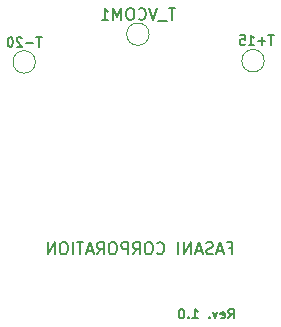
<source format=gbr>
%TF.GenerationSoftware,KiCad,Pcbnew,6.0.7-f9a2dced07~116~ubuntu20.04.1*%
%TF.CreationDate,2022-09-27T22:25:40+02:00*%
%TF.ProjectId,S3-44-to-33-FPC,53332d34-342d-4746-9f2d-33332d465043,1.0*%
%TF.SameCoordinates,Original*%
%TF.FileFunction,Legend,Bot*%
%TF.FilePolarity,Positive*%
%FSLAX46Y46*%
G04 Gerber Fmt 4.6, Leading zero omitted, Abs format (unit mm)*
G04 Created by KiCad (PCBNEW 6.0.7-f9a2dced07~116~ubuntu20.04.1) date 2022-09-27 22:25:40*
%MOMM*%
%LPD*%
G01*
G04 APERTURE LIST*
%ADD10C,0.150000*%
%ADD11C,0.140000*%
%ADD12C,0.120000*%
G04 APERTURE END LIST*
D10*
X121101190Y-112053571D02*
X121434523Y-112053571D01*
X121434523Y-112577380D02*
X121434523Y-111577380D01*
X120958333Y-111577380D01*
X120625000Y-112291666D02*
X120148809Y-112291666D01*
X120720238Y-112577380D02*
X120386904Y-111577380D01*
X120053571Y-112577380D01*
X119767857Y-112529761D02*
X119625000Y-112577380D01*
X119386904Y-112577380D01*
X119291666Y-112529761D01*
X119244047Y-112482142D01*
X119196428Y-112386904D01*
X119196428Y-112291666D01*
X119244047Y-112196428D01*
X119291666Y-112148809D01*
X119386904Y-112101190D01*
X119577380Y-112053571D01*
X119672619Y-112005952D01*
X119720238Y-111958333D01*
X119767857Y-111863095D01*
X119767857Y-111767857D01*
X119720238Y-111672619D01*
X119672619Y-111625000D01*
X119577380Y-111577380D01*
X119339285Y-111577380D01*
X119196428Y-111625000D01*
X118815476Y-112291666D02*
X118339285Y-112291666D01*
X118910714Y-112577380D02*
X118577380Y-111577380D01*
X118244047Y-112577380D01*
X117910714Y-112577380D02*
X117910714Y-111577380D01*
X117339285Y-112577380D01*
X117339285Y-111577380D01*
X116863095Y-112577380D02*
X116863095Y-111577380D01*
X115053571Y-112482142D02*
X115101190Y-112529761D01*
X115244047Y-112577380D01*
X115339285Y-112577380D01*
X115482142Y-112529761D01*
X115577380Y-112434523D01*
X115625000Y-112339285D01*
X115672619Y-112148809D01*
X115672619Y-112005952D01*
X115625000Y-111815476D01*
X115577380Y-111720238D01*
X115482142Y-111625000D01*
X115339285Y-111577380D01*
X115244047Y-111577380D01*
X115101190Y-111625000D01*
X115053571Y-111672619D01*
X114434523Y-111577380D02*
X114244047Y-111577380D01*
X114148809Y-111625000D01*
X114053571Y-111720238D01*
X114005952Y-111910714D01*
X114005952Y-112244047D01*
X114053571Y-112434523D01*
X114148809Y-112529761D01*
X114244047Y-112577380D01*
X114434523Y-112577380D01*
X114529761Y-112529761D01*
X114625000Y-112434523D01*
X114672619Y-112244047D01*
X114672619Y-111910714D01*
X114625000Y-111720238D01*
X114529761Y-111625000D01*
X114434523Y-111577380D01*
X113005952Y-112577380D02*
X113339285Y-112101190D01*
X113577380Y-112577380D02*
X113577380Y-111577380D01*
X113196428Y-111577380D01*
X113101190Y-111625000D01*
X113053571Y-111672619D01*
X113005952Y-111767857D01*
X113005952Y-111910714D01*
X113053571Y-112005952D01*
X113101190Y-112053571D01*
X113196428Y-112101190D01*
X113577380Y-112101190D01*
X112577380Y-112577380D02*
X112577380Y-111577380D01*
X112196428Y-111577380D01*
X112101190Y-111625000D01*
X112053571Y-111672619D01*
X112005952Y-111767857D01*
X112005952Y-111910714D01*
X112053571Y-112005952D01*
X112101190Y-112053571D01*
X112196428Y-112101190D01*
X112577380Y-112101190D01*
X111386904Y-111577380D02*
X111196428Y-111577380D01*
X111101190Y-111625000D01*
X111005952Y-111720238D01*
X110958333Y-111910714D01*
X110958333Y-112244047D01*
X111005952Y-112434523D01*
X111101190Y-112529761D01*
X111196428Y-112577380D01*
X111386904Y-112577380D01*
X111482142Y-112529761D01*
X111577380Y-112434523D01*
X111625000Y-112244047D01*
X111625000Y-111910714D01*
X111577380Y-111720238D01*
X111482142Y-111625000D01*
X111386904Y-111577380D01*
X109958333Y-112577380D02*
X110291666Y-112101190D01*
X110529761Y-112577380D02*
X110529761Y-111577380D01*
X110148809Y-111577380D01*
X110053571Y-111625000D01*
X110005952Y-111672619D01*
X109958333Y-111767857D01*
X109958333Y-111910714D01*
X110005952Y-112005952D01*
X110053571Y-112053571D01*
X110148809Y-112101190D01*
X110529761Y-112101190D01*
X109577380Y-112291666D02*
X109101190Y-112291666D01*
X109672619Y-112577380D02*
X109339285Y-111577380D01*
X109005952Y-112577380D01*
X108815476Y-111577380D02*
X108244047Y-111577380D01*
X108529761Y-112577380D02*
X108529761Y-111577380D01*
X107910714Y-112577380D02*
X107910714Y-111577380D01*
X107244047Y-111577380D02*
X107053571Y-111577380D01*
X106958333Y-111625000D01*
X106863095Y-111720238D01*
X106815476Y-111910714D01*
X106815476Y-112244047D01*
X106863095Y-112434523D01*
X106958333Y-112529761D01*
X107053571Y-112577380D01*
X107244047Y-112577380D01*
X107339285Y-112529761D01*
X107434523Y-112434523D01*
X107482142Y-112244047D01*
X107482142Y-111910714D01*
X107434523Y-111720238D01*
X107339285Y-111625000D01*
X107244047Y-111577380D01*
X106386904Y-112577380D02*
X106386904Y-111577380D01*
X105815476Y-112577380D01*
X105815476Y-111577380D01*
D11*
X121097619Y-118011904D02*
X121364285Y-117630952D01*
X121554761Y-118011904D02*
X121554761Y-117211904D01*
X121250000Y-117211904D01*
X121173809Y-117250000D01*
X121135714Y-117288095D01*
X121097619Y-117364285D01*
X121097619Y-117478571D01*
X121135714Y-117554761D01*
X121173809Y-117592857D01*
X121250000Y-117630952D01*
X121554761Y-117630952D01*
X120450000Y-117973809D02*
X120526190Y-118011904D01*
X120678571Y-118011904D01*
X120754761Y-117973809D01*
X120792857Y-117897619D01*
X120792857Y-117592857D01*
X120754761Y-117516666D01*
X120678571Y-117478571D01*
X120526190Y-117478571D01*
X120450000Y-117516666D01*
X120411904Y-117592857D01*
X120411904Y-117669047D01*
X120792857Y-117745238D01*
X120145238Y-117478571D02*
X119954761Y-118011904D01*
X119764285Y-117478571D01*
X119459523Y-117935714D02*
X119421428Y-117973809D01*
X119459523Y-118011904D01*
X119497619Y-117973809D01*
X119459523Y-117935714D01*
X119459523Y-118011904D01*
X118050000Y-118011904D02*
X118507142Y-118011904D01*
X118278571Y-118011904D02*
X118278571Y-117211904D01*
X118354761Y-117326190D01*
X118430952Y-117402380D01*
X118507142Y-117440476D01*
X117707142Y-117935714D02*
X117669047Y-117973809D01*
X117707142Y-118011904D01*
X117745238Y-117973809D01*
X117707142Y-117935714D01*
X117707142Y-118011904D01*
X117173809Y-117211904D02*
X117097619Y-117211904D01*
X117021428Y-117250000D01*
X116983333Y-117288095D01*
X116945238Y-117364285D01*
X116907142Y-117516666D01*
X116907142Y-117707142D01*
X116945238Y-117859523D01*
X116983333Y-117935714D01*
X117021428Y-117973809D01*
X117097619Y-118011904D01*
X117173809Y-118011904D01*
X117250000Y-117973809D01*
X117288095Y-117935714D01*
X117326190Y-117859523D01*
X117364285Y-117707142D01*
X117364285Y-117516666D01*
X117326190Y-117364285D01*
X117288095Y-117288095D01*
X117250000Y-117250000D01*
X117173809Y-117211904D01*
%TO.C,T-20*%
X105285714Y-94213904D02*
X104828571Y-94213904D01*
X105057142Y-95013904D02*
X105057142Y-94213904D01*
X104561904Y-94709142D02*
X103952380Y-94709142D01*
X103609523Y-94290095D02*
X103571428Y-94252000D01*
X103495238Y-94213904D01*
X103304761Y-94213904D01*
X103228571Y-94252000D01*
X103190476Y-94290095D01*
X103152380Y-94366285D01*
X103152380Y-94442476D01*
X103190476Y-94556761D01*
X103647619Y-95013904D01*
X103152380Y-95013904D01*
X102657142Y-94213904D02*
X102580952Y-94213904D01*
X102504761Y-94252000D01*
X102466666Y-94290095D01*
X102428571Y-94366285D01*
X102390476Y-94518666D01*
X102390476Y-94709142D01*
X102428571Y-94861523D01*
X102466666Y-94937714D01*
X102504761Y-94975809D01*
X102580952Y-95013904D01*
X102657142Y-95013904D01*
X102733333Y-94975809D01*
X102771428Y-94937714D01*
X102809523Y-94861523D01*
X102847619Y-94709142D01*
X102847619Y-94518666D01*
X102809523Y-94366285D01*
X102771428Y-94290095D01*
X102733333Y-94252000D01*
X102657142Y-94213904D01*
%TO.C,T+15*%
X124935714Y-94036904D02*
X124478571Y-94036904D01*
X124707142Y-94836904D02*
X124707142Y-94036904D01*
X124211904Y-94532142D02*
X123602380Y-94532142D01*
X123907142Y-94836904D02*
X123907142Y-94227380D01*
X122802380Y-94836904D02*
X123259523Y-94836904D01*
X123030952Y-94836904D02*
X123030952Y-94036904D01*
X123107142Y-94151190D01*
X123183333Y-94227380D01*
X123259523Y-94265476D01*
X122078571Y-94036904D02*
X122459523Y-94036904D01*
X122497619Y-94417857D01*
X122459523Y-94379761D01*
X122383333Y-94341666D01*
X122192857Y-94341666D01*
X122116666Y-94379761D01*
X122078571Y-94417857D01*
X122040476Y-94494047D01*
X122040476Y-94684523D01*
X122078571Y-94760714D01*
X122116666Y-94798809D01*
X122192857Y-94836904D01*
X122383333Y-94836904D01*
X122459523Y-94798809D01*
X122497619Y-94760714D01*
D10*
%TO.C,T_VCOM1*%
X116591666Y-91754380D02*
X116020238Y-91754380D01*
X116305952Y-92754380D02*
X116305952Y-91754380D01*
X115925000Y-92849619D02*
X115163095Y-92849619D01*
X115067857Y-91754380D02*
X114734523Y-92754380D01*
X114401190Y-91754380D01*
X113496428Y-92659142D02*
X113544047Y-92706761D01*
X113686904Y-92754380D01*
X113782142Y-92754380D01*
X113925000Y-92706761D01*
X114020238Y-92611523D01*
X114067857Y-92516285D01*
X114115476Y-92325809D01*
X114115476Y-92182952D01*
X114067857Y-91992476D01*
X114020238Y-91897238D01*
X113925000Y-91802000D01*
X113782142Y-91754380D01*
X113686904Y-91754380D01*
X113544047Y-91802000D01*
X113496428Y-91849619D01*
X112877380Y-91754380D02*
X112686904Y-91754380D01*
X112591666Y-91802000D01*
X112496428Y-91897238D01*
X112448809Y-92087714D01*
X112448809Y-92421047D01*
X112496428Y-92611523D01*
X112591666Y-92706761D01*
X112686904Y-92754380D01*
X112877380Y-92754380D01*
X112972619Y-92706761D01*
X113067857Y-92611523D01*
X113115476Y-92421047D01*
X113115476Y-92087714D01*
X113067857Y-91897238D01*
X112972619Y-91802000D01*
X112877380Y-91754380D01*
X112020238Y-92754380D02*
X112020238Y-91754380D01*
X111686904Y-92468666D01*
X111353571Y-91754380D01*
X111353571Y-92754380D01*
X110353571Y-92754380D02*
X110925000Y-92754380D01*
X110639285Y-92754380D02*
X110639285Y-91754380D01*
X110734523Y-91897238D01*
X110829761Y-91992476D01*
X110925000Y-92040095D01*
D12*
%TO.C,T-20*%
X104750000Y-96300000D02*
G75*
G03*
X104750000Y-96300000I-950000J0D01*
G01*
%TO.C,T+15*%
X124125000Y-96200000D02*
G75*
G03*
X124125000Y-96200000I-950000J0D01*
G01*
%TO.C,T_VCOM1*%
X114375000Y-93950000D02*
G75*
G03*
X114375000Y-93950000I-950000J0D01*
G01*
%TD*%
M02*

</source>
